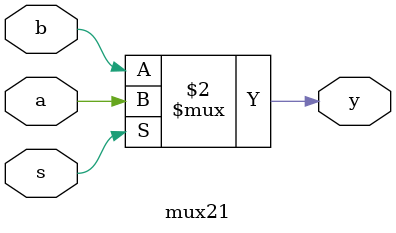
<source format=v>
module mux21(a,b,s,y);
	input a,b,s;
	output y;	
	
    // 请在下面添加代码
	
    assign y= s==1? a:b;
	
endmodule
</source>
